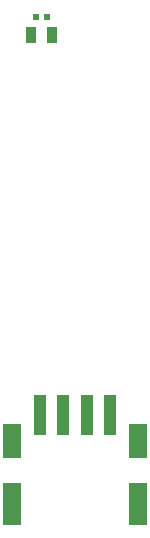
<source format=gbp>
G75*
%MOIN*%
%OFA0B0*%
%FSLAX25Y25*%
%IPPOS*%
%LPD*%
%AMOC8*
5,1,8,0,0,1.08239X$1,22.5*
%
%ADD10R,0.03543X0.05512*%
%ADD11R,0.02441X0.02441*%
%ADD12R,0.03937X0.13386*%
%ADD13R,0.05906X0.14173*%
%ADD14R,0.05906X0.11811*%
D10*
X0039507Y0167550D03*
X0046593Y0167550D03*
D11*
X0044822Y0173800D03*
X0041278Y0173800D03*
D12*
X0042489Y0040867D03*
X0050363Y0040867D03*
X0058237Y0040867D03*
X0066111Y0040867D03*
D13*
X0033434Y0011339D03*
X0075166Y0011339D03*
D14*
X0075166Y0032206D03*
X0033434Y0032206D03*
M02*

</source>
